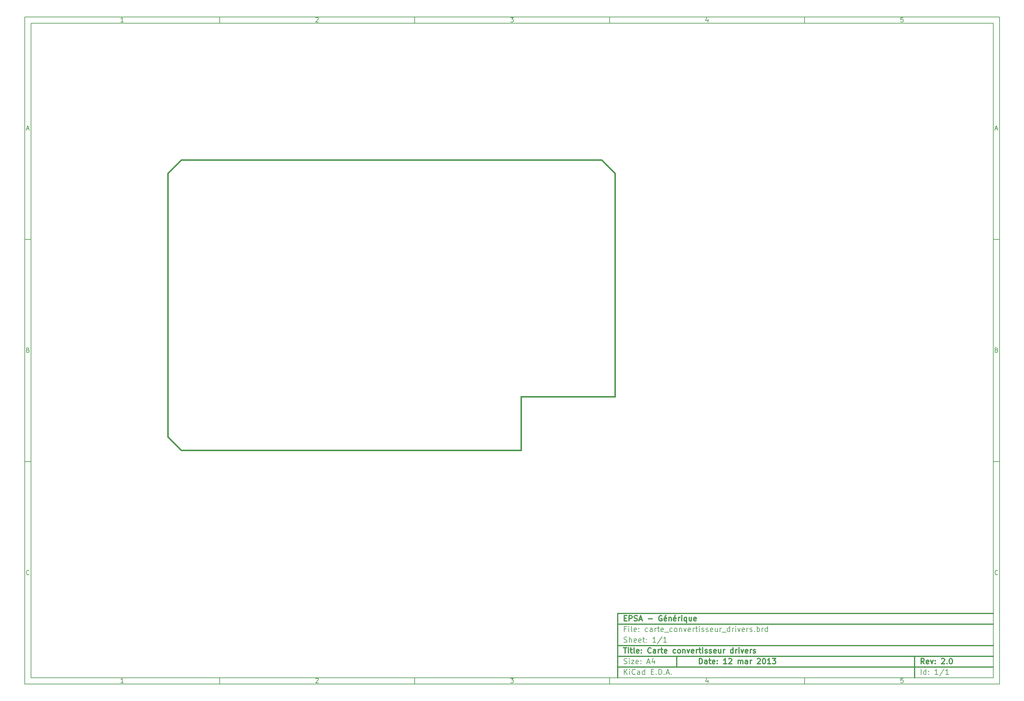
<source format=gbr>
G04 (created by PCBNEW-RS274X (2012-01-19 BZR 3256)-stable) date 12/03/2013 15:27:15*
G01*
G70*
G90*
%MOIN*%
G04 Gerber Fmt 3.4, Leading zero omitted, Abs format*
%FSLAX34Y34*%
G04 APERTURE LIST*
%ADD10C,0.006000*%
%ADD11C,0.012000*%
%ADD12C,0.015000*%
G04 APERTURE END LIST*
G54D10*
X04000Y-04000D02*
X113000Y-04000D01*
X113000Y-78670D01*
X04000Y-78670D01*
X04000Y-04000D01*
X04700Y-04700D02*
X112300Y-04700D01*
X112300Y-77970D01*
X04700Y-77970D01*
X04700Y-04700D01*
X25800Y-04000D02*
X25800Y-04700D01*
X15043Y-04552D02*
X14757Y-04552D01*
X14900Y-04552D02*
X14900Y-04052D01*
X14852Y-04124D01*
X14805Y-04171D01*
X14757Y-04195D01*
X25800Y-78670D02*
X25800Y-77970D01*
X15043Y-78522D02*
X14757Y-78522D01*
X14900Y-78522D02*
X14900Y-78022D01*
X14852Y-78094D01*
X14805Y-78141D01*
X14757Y-78165D01*
X47600Y-04000D02*
X47600Y-04700D01*
X36557Y-04100D02*
X36581Y-04076D01*
X36629Y-04052D01*
X36748Y-04052D01*
X36795Y-04076D01*
X36819Y-04100D01*
X36843Y-04148D01*
X36843Y-04195D01*
X36819Y-04267D01*
X36533Y-04552D01*
X36843Y-04552D01*
X47600Y-78670D02*
X47600Y-77970D01*
X36557Y-78070D02*
X36581Y-78046D01*
X36629Y-78022D01*
X36748Y-78022D01*
X36795Y-78046D01*
X36819Y-78070D01*
X36843Y-78118D01*
X36843Y-78165D01*
X36819Y-78237D01*
X36533Y-78522D01*
X36843Y-78522D01*
X69400Y-04000D02*
X69400Y-04700D01*
X58333Y-04052D02*
X58643Y-04052D01*
X58476Y-04243D01*
X58548Y-04243D01*
X58595Y-04267D01*
X58619Y-04290D01*
X58643Y-04338D01*
X58643Y-04457D01*
X58619Y-04505D01*
X58595Y-04529D01*
X58548Y-04552D01*
X58405Y-04552D01*
X58357Y-04529D01*
X58333Y-04505D01*
X69400Y-78670D02*
X69400Y-77970D01*
X58333Y-78022D02*
X58643Y-78022D01*
X58476Y-78213D01*
X58548Y-78213D01*
X58595Y-78237D01*
X58619Y-78260D01*
X58643Y-78308D01*
X58643Y-78427D01*
X58619Y-78475D01*
X58595Y-78499D01*
X58548Y-78522D01*
X58405Y-78522D01*
X58357Y-78499D01*
X58333Y-78475D01*
X91200Y-04000D02*
X91200Y-04700D01*
X80395Y-04219D02*
X80395Y-04552D01*
X80276Y-04029D02*
X80157Y-04386D01*
X80467Y-04386D01*
X91200Y-78670D02*
X91200Y-77970D01*
X80395Y-78189D02*
X80395Y-78522D01*
X80276Y-77999D02*
X80157Y-78356D01*
X80467Y-78356D01*
X102219Y-04052D02*
X101981Y-04052D01*
X101957Y-04290D01*
X101981Y-04267D01*
X102029Y-04243D01*
X102148Y-04243D01*
X102195Y-04267D01*
X102219Y-04290D01*
X102243Y-04338D01*
X102243Y-04457D01*
X102219Y-04505D01*
X102195Y-04529D01*
X102148Y-04552D01*
X102029Y-04552D01*
X101981Y-04529D01*
X101957Y-04505D01*
X102219Y-78022D02*
X101981Y-78022D01*
X101957Y-78260D01*
X101981Y-78237D01*
X102029Y-78213D01*
X102148Y-78213D01*
X102195Y-78237D01*
X102219Y-78260D01*
X102243Y-78308D01*
X102243Y-78427D01*
X102219Y-78475D01*
X102195Y-78499D01*
X102148Y-78522D01*
X102029Y-78522D01*
X101981Y-78499D01*
X101957Y-78475D01*
X04000Y-28890D02*
X04700Y-28890D01*
X04231Y-16510D02*
X04469Y-16510D01*
X04184Y-16652D02*
X04350Y-16152D01*
X04517Y-16652D01*
X113000Y-28890D02*
X112300Y-28890D01*
X112531Y-16510D02*
X112769Y-16510D01*
X112484Y-16652D02*
X112650Y-16152D01*
X112817Y-16652D01*
X04000Y-53780D02*
X04700Y-53780D01*
X04386Y-41280D02*
X04457Y-41304D01*
X04481Y-41328D01*
X04505Y-41376D01*
X04505Y-41447D01*
X04481Y-41495D01*
X04457Y-41519D01*
X04410Y-41542D01*
X04219Y-41542D01*
X04219Y-41042D01*
X04386Y-41042D01*
X04433Y-41066D01*
X04457Y-41090D01*
X04481Y-41138D01*
X04481Y-41185D01*
X04457Y-41233D01*
X04433Y-41257D01*
X04386Y-41280D01*
X04219Y-41280D01*
X113000Y-53780D02*
X112300Y-53780D01*
X112686Y-41280D02*
X112757Y-41304D01*
X112781Y-41328D01*
X112805Y-41376D01*
X112805Y-41447D01*
X112781Y-41495D01*
X112757Y-41519D01*
X112710Y-41542D01*
X112519Y-41542D01*
X112519Y-41042D01*
X112686Y-41042D01*
X112733Y-41066D01*
X112757Y-41090D01*
X112781Y-41138D01*
X112781Y-41185D01*
X112757Y-41233D01*
X112733Y-41257D01*
X112686Y-41280D01*
X112519Y-41280D01*
X04505Y-66385D02*
X04481Y-66409D01*
X04410Y-66432D01*
X04362Y-66432D01*
X04290Y-66409D01*
X04243Y-66361D01*
X04219Y-66313D01*
X04195Y-66218D01*
X04195Y-66147D01*
X04219Y-66051D01*
X04243Y-66004D01*
X04290Y-65956D01*
X04362Y-65932D01*
X04410Y-65932D01*
X04481Y-65956D01*
X04505Y-65980D01*
X112805Y-66385D02*
X112781Y-66409D01*
X112710Y-66432D01*
X112662Y-66432D01*
X112590Y-66409D01*
X112543Y-66361D01*
X112519Y-66313D01*
X112495Y-66218D01*
X112495Y-66147D01*
X112519Y-66051D01*
X112543Y-66004D01*
X112590Y-65956D01*
X112662Y-65932D01*
X112710Y-65932D01*
X112781Y-65956D01*
X112805Y-65980D01*
G54D11*
X79443Y-76413D02*
X79443Y-75813D01*
X79586Y-75813D01*
X79671Y-75841D01*
X79729Y-75899D01*
X79757Y-75956D01*
X79786Y-76070D01*
X79786Y-76156D01*
X79757Y-76270D01*
X79729Y-76327D01*
X79671Y-76384D01*
X79586Y-76413D01*
X79443Y-76413D01*
X80300Y-76413D02*
X80300Y-76099D01*
X80271Y-76041D01*
X80214Y-76013D01*
X80100Y-76013D01*
X80043Y-76041D01*
X80300Y-76384D02*
X80243Y-76413D01*
X80100Y-76413D01*
X80043Y-76384D01*
X80014Y-76327D01*
X80014Y-76270D01*
X80043Y-76213D01*
X80100Y-76184D01*
X80243Y-76184D01*
X80300Y-76156D01*
X80500Y-76013D02*
X80729Y-76013D01*
X80586Y-75813D02*
X80586Y-76327D01*
X80614Y-76384D01*
X80672Y-76413D01*
X80729Y-76413D01*
X81157Y-76384D02*
X81100Y-76413D01*
X80986Y-76413D01*
X80929Y-76384D01*
X80900Y-76327D01*
X80900Y-76099D01*
X80929Y-76041D01*
X80986Y-76013D01*
X81100Y-76013D01*
X81157Y-76041D01*
X81186Y-76099D01*
X81186Y-76156D01*
X80900Y-76213D01*
X81443Y-76356D02*
X81471Y-76384D01*
X81443Y-76413D01*
X81414Y-76384D01*
X81443Y-76356D01*
X81443Y-76413D01*
X81443Y-76041D02*
X81471Y-76070D01*
X81443Y-76099D01*
X81414Y-76070D01*
X81443Y-76041D01*
X81443Y-76099D01*
X82500Y-76413D02*
X82157Y-76413D01*
X82329Y-76413D02*
X82329Y-75813D01*
X82272Y-75899D01*
X82214Y-75956D01*
X82157Y-75984D01*
X82728Y-75870D02*
X82757Y-75841D01*
X82814Y-75813D01*
X82957Y-75813D01*
X83014Y-75841D01*
X83043Y-75870D01*
X83071Y-75927D01*
X83071Y-75984D01*
X83043Y-76070D01*
X82700Y-76413D01*
X83071Y-76413D01*
X83785Y-76413D02*
X83785Y-76013D01*
X83785Y-76070D02*
X83813Y-76041D01*
X83871Y-76013D01*
X83956Y-76013D01*
X84013Y-76041D01*
X84042Y-76099D01*
X84042Y-76413D01*
X84042Y-76099D02*
X84071Y-76041D01*
X84128Y-76013D01*
X84213Y-76013D01*
X84271Y-76041D01*
X84299Y-76099D01*
X84299Y-76413D01*
X84842Y-76413D02*
X84842Y-76099D01*
X84813Y-76041D01*
X84756Y-76013D01*
X84642Y-76013D01*
X84585Y-76041D01*
X84842Y-76384D02*
X84785Y-76413D01*
X84642Y-76413D01*
X84585Y-76384D01*
X84556Y-76327D01*
X84556Y-76270D01*
X84585Y-76213D01*
X84642Y-76184D01*
X84785Y-76184D01*
X84842Y-76156D01*
X85128Y-76413D02*
X85128Y-76013D01*
X85128Y-76127D02*
X85156Y-76070D01*
X85185Y-76041D01*
X85242Y-76013D01*
X85299Y-76013D01*
X85927Y-75870D02*
X85956Y-75841D01*
X86013Y-75813D01*
X86156Y-75813D01*
X86213Y-75841D01*
X86242Y-75870D01*
X86270Y-75927D01*
X86270Y-75984D01*
X86242Y-76070D01*
X85899Y-76413D01*
X86270Y-76413D01*
X86641Y-75813D02*
X86698Y-75813D01*
X86755Y-75841D01*
X86784Y-75870D01*
X86813Y-75927D01*
X86841Y-76041D01*
X86841Y-76184D01*
X86813Y-76299D01*
X86784Y-76356D01*
X86755Y-76384D01*
X86698Y-76413D01*
X86641Y-76413D01*
X86584Y-76384D01*
X86555Y-76356D01*
X86527Y-76299D01*
X86498Y-76184D01*
X86498Y-76041D01*
X86527Y-75927D01*
X86555Y-75870D01*
X86584Y-75841D01*
X86641Y-75813D01*
X87412Y-76413D02*
X87069Y-76413D01*
X87241Y-76413D02*
X87241Y-75813D01*
X87184Y-75899D01*
X87126Y-75956D01*
X87069Y-75984D01*
X87612Y-75813D02*
X87983Y-75813D01*
X87783Y-76041D01*
X87869Y-76041D01*
X87926Y-76070D01*
X87955Y-76099D01*
X87983Y-76156D01*
X87983Y-76299D01*
X87955Y-76356D01*
X87926Y-76384D01*
X87869Y-76413D01*
X87697Y-76413D01*
X87640Y-76384D01*
X87612Y-76356D01*
G54D10*
X71043Y-77613D02*
X71043Y-77013D01*
X71386Y-77613D02*
X71129Y-77270D01*
X71386Y-77013D02*
X71043Y-77356D01*
X71643Y-77613D02*
X71643Y-77213D01*
X71643Y-77013D02*
X71614Y-77041D01*
X71643Y-77070D01*
X71671Y-77041D01*
X71643Y-77013D01*
X71643Y-77070D01*
X72272Y-77556D02*
X72243Y-77584D01*
X72157Y-77613D01*
X72100Y-77613D01*
X72015Y-77584D01*
X71957Y-77527D01*
X71929Y-77470D01*
X71900Y-77356D01*
X71900Y-77270D01*
X71929Y-77156D01*
X71957Y-77099D01*
X72015Y-77041D01*
X72100Y-77013D01*
X72157Y-77013D01*
X72243Y-77041D01*
X72272Y-77070D01*
X72786Y-77613D02*
X72786Y-77299D01*
X72757Y-77241D01*
X72700Y-77213D01*
X72586Y-77213D01*
X72529Y-77241D01*
X72786Y-77584D02*
X72729Y-77613D01*
X72586Y-77613D01*
X72529Y-77584D01*
X72500Y-77527D01*
X72500Y-77470D01*
X72529Y-77413D01*
X72586Y-77384D01*
X72729Y-77384D01*
X72786Y-77356D01*
X73329Y-77613D02*
X73329Y-77013D01*
X73329Y-77584D02*
X73272Y-77613D01*
X73158Y-77613D01*
X73100Y-77584D01*
X73072Y-77556D01*
X73043Y-77499D01*
X73043Y-77327D01*
X73072Y-77270D01*
X73100Y-77241D01*
X73158Y-77213D01*
X73272Y-77213D01*
X73329Y-77241D01*
X74072Y-77299D02*
X74272Y-77299D01*
X74358Y-77613D02*
X74072Y-77613D01*
X74072Y-77013D01*
X74358Y-77013D01*
X74615Y-77556D02*
X74643Y-77584D01*
X74615Y-77613D01*
X74586Y-77584D01*
X74615Y-77556D01*
X74615Y-77613D01*
X74901Y-77613D02*
X74901Y-77013D01*
X75044Y-77013D01*
X75129Y-77041D01*
X75187Y-77099D01*
X75215Y-77156D01*
X75244Y-77270D01*
X75244Y-77356D01*
X75215Y-77470D01*
X75187Y-77527D01*
X75129Y-77584D01*
X75044Y-77613D01*
X74901Y-77613D01*
X75501Y-77556D02*
X75529Y-77584D01*
X75501Y-77613D01*
X75472Y-77584D01*
X75501Y-77556D01*
X75501Y-77613D01*
X75758Y-77441D02*
X76044Y-77441D01*
X75701Y-77613D02*
X75901Y-77013D01*
X76101Y-77613D01*
X76301Y-77556D02*
X76329Y-77584D01*
X76301Y-77613D01*
X76272Y-77584D01*
X76301Y-77556D01*
X76301Y-77613D01*
G54D11*
X104586Y-76413D02*
X104386Y-76127D01*
X104243Y-76413D02*
X104243Y-75813D01*
X104471Y-75813D01*
X104529Y-75841D01*
X104557Y-75870D01*
X104586Y-75927D01*
X104586Y-76013D01*
X104557Y-76070D01*
X104529Y-76099D01*
X104471Y-76127D01*
X104243Y-76127D01*
X105071Y-76384D02*
X105014Y-76413D01*
X104900Y-76413D01*
X104843Y-76384D01*
X104814Y-76327D01*
X104814Y-76099D01*
X104843Y-76041D01*
X104900Y-76013D01*
X105014Y-76013D01*
X105071Y-76041D01*
X105100Y-76099D01*
X105100Y-76156D01*
X104814Y-76213D01*
X105300Y-76013D02*
X105443Y-76413D01*
X105585Y-76013D01*
X105814Y-76356D02*
X105842Y-76384D01*
X105814Y-76413D01*
X105785Y-76384D01*
X105814Y-76356D01*
X105814Y-76413D01*
X105814Y-76041D02*
X105842Y-76070D01*
X105814Y-76099D01*
X105785Y-76070D01*
X105814Y-76041D01*
X105814Y-76099D01*
X106528Y-75870D02*
X106557Y-75841D01*
X106614Y-75813D01*
X106757Y-75813D01*
X106814Y-75841D01*
X106843Y-75870D01*
X106871Y-75927D01*
X106871Y-75984D01*
X106843Y-76070D01*
X106500Y-76413D01*
X106871Y-76413D01*
X107128Y-76356D02*
X107156Y-76384D01*
X107128Y-76413D01*
X107099Y-76384D01*
X107128Y-76356D01*
X107128Y-76413D01*
X107528Y-75813D02*
X107585Y-75813D01*
X107642Y-75841D01*
X107671Y-75870D01*
X107700Y-75927D01*
X107728Y-76041D01*
X107728Y-76184D01*
X107700Y-76299D01*
X107671Y-76356D01*
X107642Y-76384D01*
X107585Y-76413D01*
X107528Y-76413D01*
X107471Y-76384D01*
X107442Y-76356D01*
X107414Y-76299D01*
X107385Y-76184D01*
X107385Y-76041D01*
X107414Y-75927D01*
X107442Y-75870D01*
X107471Y-75841D01*
X107528Y-75813D01*
G54D10*
X71014Y-76384D02*
X71100Y-76413D01*
X71243Y-76413D01*
X71300Y-76384D01*
X71329Y-76356D01*
X71357Y-76299D01*
X71357Y-76241D01*
X71329Y-76184D01*
X71300Y-76156D01*
X71243Y-76127D01*
X71129Y-76099D01*
X71071Y-76070D01*
X71043Y-76041D01*
X71014Y-75984D01*
X71014Y-75927D01*
X71043Y-75870D01*
X71071Y-75841D01*
X71129Y-75813D01*
X71271Y-75813D01*
X71357Y-75841D01*
X71614Y-76413D02*
X71614Y-76013D01*
X71614Y-75813D02*
X71585Y-75841D01*
X71614Y-75870D01*
X71642Y-75841D01*
X71614Y-75813D01*
X71614Y-75870D01*
X71843Y-76013D02*
X72157Y-76013D01*
X71843Y-76413D01*
X72157Y-76413D01*
X72614Y-76384D02*
X72557Y-76413D01*
X72443Y-76413D01*
X72386Y-76384D01*
X72357Y-76327D01*
X72357Y-76099D01*
X72386Y-76041D01*
X72443Y-76013D01*
X72557Y-76013D01*
X72614Y-76041D01*
X72643Y-76099D01*
X72643Y-76156D01*
X72357Y-76213D01*
X72900Y-76356D02*
X72928Y-76384D01*
X72900Y-76413D01*
X72871Y-76384D01*
X72900Y-76356D01*
X72900Y-76413D01*
X72900Y-76041D02*
X72928Y-76070D01*
X72900Y-76099D01*
X72871Y-76070D01*
X72900Y-76041D01*
X72900Y-76099D01*
X73614Y-76241D02*
X73900Y-76241D01*
X73557Y-76413D02*
X73757Y-75813D01*
X73957Y-76413D01*
X74414Y-76013D02*
X74414Y-76413D01*
X74271Y-75784D02*
X74128Y-76213D01*
X74500Y-76213D01*
X104243Y-77613D02*
X104243Y-77013D01*
X104786Y-77613D02*
X104786Y-77013D01*
X104786Y-77584D02*
X104729Y-77613D01*
X104615Y-77613D01*
X104557Y-77584D01*
X104529Y-77556D01*
X104500Y-77499D01*
X104500Y-77327D01*
X104529Y-77270D01*
X104557Y-77241D01*
X104615Y-77213D01*
X104729Y-77213D01*
X104786Y-77241D01*
X105072Y-77556D02*
X105100Y-77584D01*
X105072Y-77613D01*
X105043Y-77584D01*
X105072Y-77556D01*
X105072Y-77613D01*
X105072Y-77241D02*
X105100Y-77270D01*
X105072Y-77299D01*
X105043Y-77270D01*
X105072Y-77241D01*
X105072Y-77299D01*
X106129Y-77613D02*
X105786Y-77613D01*
X105958Y-77613D02*
X105958Y-77013D01*
X105901Y-77099D01*
X105843Y-77156D01*
X105786Y-77184D01*
X106814Y-76984D02*
X106300Y-77756D01*
X107329Y-77613D02*
X106986Y-77613D01*
X107158Y-77613D02*
X107158Y-77013D01*
X107101Y-77099D01*
X107043Y-77156D01*
X106986Y-77184D01*
G54D11*
X70957Y-74613D02*
X71300Y-74613D01*
X71129Y-75213D02*
X71129Y-74613D01*
X71500Y-75213D02*
X71500Y-74813D01*
X71500Y-74613D02*
X71471Y-74641D01*
X71500Y-74670D01*
X71528Y-74641D01*
X71500Y-74613D01*
X71500Y-74670D01*
X71700Y-74813D02*
X71929Y-74813D01*
X71786Y-74613D02*
X71786Y-75127D01*
X71814Y-75184D01*
X71872Y-75213D01*
X71929Y-75213D01*
X72215Y-75213D02*
X72157Y-75184D01*
X72129Y-75127D01*
X72129Y-74613D01*
X72671Y-75184D02*
X72614Y-75213D01*
X72500Y-75213D01*
X72443Y-75184D01*
X72414Y-75127D01*
X72414Y-74899D01*
X72443Y-74841D01*
X72500Y-74813D01*
X72614Y-74813D01*
X72671Y-74841D01*
X72700Y-74899D01*
X72700Y-74956D01*
X72414Y-75013D01*
X72957Y-75156D02*
X72985Y-75184D01*
X72957Y-75213D01*
X72928Y-75184D01*
X72957Y-75156D01*
X72957Y-75213D01*
X72957Y-74841D02*
X72985Y-74870D01*
X72957Y-74899D01*
X72928Y-74870D01*
X72957Y-74841D01*
X72957Y-74899D01*
X74043Y-75156D02*
X74014Y-75184D01*
X73928Y-75213D01*
X73871Y-75213D01*
X73786Y-75184D01*
X73728Y-75127D01*
X73700Y-75070D01*
X73671Y-74956D01*
X73671Y-74870D01*
X73700Y-74756D01*
X73728Y-74699D01*
X73786Y-74641D01*
X73871Y-74613D01*
X73928Y-74613D01*
X74014Y-74641D01*
X74043Y-74670D01*
X74557Y-75213D02*
X74557Y-74899D01*
X74528Y-74841D01*
X74471Y-74813D01*
X74357Y-74813D01*
X74300Y-74841D01*
X74557Y-75184D02*
X74500Y-75213D01*
X74357Y-75213D01*
X74300Y-75184D01*
X74271Y-75127D01*
X74271Y-75070D01*
X74300Y-75013D01*
X74357Y-74984D01*
X74500Y-74984D01*
X74557Y-74956D01*
X74843Y-75213D02*
X74843Y-74813D01*
X74843Y-74927D02*
X74871Y-74870D01*
X74900Y-74841D01*
X74957Y-74813D01*
X75014Y-74813D01*
X75128Y-74813D02*
X75357Y-74813D01*
X75214Y-74613D02*
X75214Y-75127D01*
X75242Y-75184D01*
X75300Y-75213D01*
X75357Y-75213D01*
X75785Y-75184D02*
X75728Y-75213D01*
X75614Y-75213D01*
X75557Y-75184D01*
X75528Y-75127D01*
X75528Y-74899D01*
X75557Y-74841D01*
X75614Y-74813D01*
X75728Y-74813D01*
X75785Y-74841D01*
X75814Y-74899D01*
X75814Y-74956D01*
X75528Y-75013D01*
X76785Y-75184D02*
X76728Y-75213D01*
X76614Y-75213D01*
X76556Y-75184D01*
X76528Y-75156D01*
X76499Y-75099D01*
X76499Y-74927D01*
X76528Y-74870D01*
X76556Y-74841D01*
X76614Y-74813D01*
X76728Y-74813D01*
X76785Y-74841D01*
X77128Y-75213D02*
X77070Y-75184D01*
X77042Y-75156D01*
X77013Y-75099D01*
X77013Y-74927D01*
X77042Y-74870D01*
X77070Y-74841D01*
X77128Y-74813D01*
X77213Y-74813D01*
X77270Y-74841D01*
X77299Y-74870D01*
X77328Y-74927D01*
X77328Y-75099D01*
X77299Y-75156D01*
X77270Y-75184D01*
X77213Y-75213D01*
X77128Y-75213D01*
X77585Y-74813D02*
X77585Y-75213D01*
X77585Y-74870D02*
X77613Y-74841D01*
X77671Y-74813D01*
X77756Y-74813D01*
X77813Y-74841D01*
X77842Y-74899D01*
X77842Y-75213D01*
X78071Y-74813D02*
X78214Y-75213D01*
X78356Y-74813D01*
X78813Y-75184D02*
X78756Y-75213D01*
X78642Y-75213D01*
X78585Y-75184D01*
X78556Y-75127D01*
X78556Y-74899D01*
X78585Y-74841D01*
X78642Y-74813D01*
X78756Y-74813D01*
X78813Y-74841D01*
X78842Y-74899D01*
X78842Y-74956D01*
X78556Y-75013D01*
X79099Y-75213D02*
X79099Y-74813D01*
X79099Y-74927D02*
X79127Y-74870D01*
X79156Y-74841D01*
X79213Y-74813D01*
X79270Y-74813D01*
X79384Y-74813D02*
X79613Y-74813D01*
X79470Y-74613D02*
X79470Y-75127D01*
X79498Y-75184D01*
X79556Y-75213D01*
X79613Y-75213D01*
X79813Y-75213D02*
X79813Y-74813D01*
X79813Y-74613D02*
X79784Y-74641D01*
X79813Y-74670D01*
X79841Y-74641D01*
X79813Y-74613D01*
X79813Y-74670D01*
X80070Y-75184D02*
X80127Y-75213D01*
X80242Y-75213D01*
X80299Y-75184D01*
X80327Y-75127D01*
X80327Y-75099D01*
X80299Y-75041D01*
X80242Y-75013D01*
X80156Y-75013D01*
X80099Y-74984D01*
X80070Y-74927D01*
X80070Y-74899D01*
X80099Y-74841D01*
X80156Y-74813D01*
X80242Y-74813D01*
X80299Y-74841D01*
X80556Y-75184D02*
X80613Y-75213D01*
X80728Y-75213D01*
X80785Y-75184D01*
X80813Y-75127D01*
X80813Y-75099D01*
X80785Y-75041D01*
X80728Y-75013D01*
X80642Y-75013D01*
X80585Y-74984D01*
X80556Y-74927D01*
X80556Y-74899D01*
X80585Y-74841D01*
X80642Y-74813D01*
X80728Y-74813D01*
X80785Y-74841D01*
X81299Y-75184D02*
X81242Y-75213D01*
X81128Y-75213D01*
X81071Y-75184D01*
X81042Y-75127D01*
X81042Y-74899D01*
X81071Y-74841D01*
X81128Y-74813D01*
X81242Y-74813D01*
X81299Y-74841D01*
X81328Y-74899D01*
X81328Y-74956D01*
X81042Y-75013D01*
X81842Y-74813D02*
X81842Y-75213D01*
X81585Y-74813D02*
X81585Y-75127D01*
X81613Y-75184D01*
X81671Y-75213D01*
X81756Y-75213D01*
X81813Y-75184D01*
X81842Y-75156D01*
X82128Y-75213D02*
X82128Y-74813D01*
X82128Y-74927D02*
X82156Y-74870D01*
X82185Y-74841D01*
X82242Y-74813D01*
X82299Y-74813D01*
X83213Y-75213D02*
X83213Y-74613D01*
X83213Y-75184D02*
X83156Y-75213D01*
X83042Y-75213D01*
X82984Y-75184D01*
X82956Y-75156D01*
X82927Y-75099D01*
X82927Y-74927D01*
X82956Y-74870D01*
X82984Y-74841D01*
X83042Y-74813D01*
X83156Y-74813D01*
X83213Y-74841D01*
X83499Y-75213D02*
X83499Y-74813D01*
X83499Y-74927D02*
X83527Y-74870D01*
X83556Y-74841D01*
X83613Y-74813D01*
X83670Y-74813D01*
X83870Y-75213D02*
X83870Y-74813D01*
X83870Y-74613D02*
X83841Y-74641D01*
X83870Y-74670D01*
X83898Y-74641D01*
X83870Y-74613D01*
X83870Y-74670D01*
X84099Y-74813D02*
X84242Y-75213D01*
X84384Y-74813D01*
X84841Y-75184D02*
X84784Y-75213D01*
X84670Y-75213D01*
X84613Y-75184D01*
X84584Y-75127D01*
X84584Y-74899D01*
X84613Y-74841D01*
X84670Y-74813D01*
X84784Y-74813D01*
X84841Y-74841D01*
X84870Y-74899D01*
X84870Y-74956D01*
X84584Y-75013D01*
X85127Y-75213D02*
X85127Y-74813D01*
X85127Y-74927D02*
X85155Y-74870D01*
X85184Y-74841D01*
X85241Y-74813D01*
X85298Y-74813D01*
X85469Y-75184D02*
X85526Y-75213D01*
X85641Y-75213D01*
X85698Y-75184D01*
X85726Y-75127D01*
X85726Y-75099D01*
X85698Y-75041D01*
X85641Y-75013D01*
X85555Y-75013D01*
X85498Y-74984D01*
X85469Y-74927D01*
X85469Y-74899D01*
X85498Y-74841D01*
X85555Y-74813D01*
X85641Y-74813D01*
X85698Y-74841D01*
G54D10*
X71243Y-72499D02*
X71043Y-72499D01*
X71043Y-72813D02*
X71043Y-72213D01*
X71329Y-72213D01*
X71557Y-72813D02*
X71557Y-72413D01*
X71557Y-72213D02*
X71528Y-72241D01*
X71557Y-72270D01*
X71585Y-72241D01*
X71557Y-72213D01*
X71557Y-72270D01*
X71929Y-72813D02*
X71871Y-72784D01*
X71843Y-72727D01*
X71843Y-72213D01*
X72385Y-72784D02*
X72328Y-72813D01*
X72214Y-72813D01*
X72157Y-72784D01*
X72128Y-72727D01*
X72128Y-72499D01*
X72157Y-72441D01*
X72214Y-72413D01*
X72328Y-72413D01*
X72385Y-72441D01*
X72414Y-72499D01*
X72414Y-72556D01*
X72128Y-72613D01*
X72671Y-72756D02*
X72699Y-72784D01*
X72671Y-72813D01*
X72642Y-72784D01*
X72671Y-72756D01*
X72671Y-72813D01*
X72671Y-72441D02*
X72699Y-72470D01*
X72671Y-72499D01*
X72642Y-72470D01*
X72671Y-72441D01*
X72671Y-72499D01*
X73671Y-72784D02*
X73614Y-72813D01*
X73500Y-72813D01*
X73442Y-72784D01*
X73414Y-72756D01*
X73385Y-72699D01*
X73385Y-72527D01*
X73414Y-72470D01*
X73442Y-72441D01*
X73500Y-72413D01*
X73614Y-72413D01*
X73671Y-72441D01*
X74185Y-72813D02*
X74185Y-72499D01*
X74156Y-72441D01*
X74099Y-72413D01*
X73985Y-72413D01*
X73928Y-72441D01*
X74185Y-72784D02*
X74128Y-72813D01*
X73985Y-72813D01*
X73928Y-72784D01*
X73899Y-72727D01*
X73899Y-72670D01*
X73928Y-72613D01*
X73985Y-72584D01*
X74128Y-72584D01*
X74185Y-72556D01*
X74471Y-72813D02*
X74471Y-72413D01*
X74471Y-72527D02*
X74499Y-72470D01*
X74528Y-72441D01*
X74585Y-72413D01*
X74642Y-72413D01*
X74756Y-72413D02*
X74985Y-72413D01*
X74842Y-72213D02*
X74842Y-72727D01*
X74870Y-72784D01*
X74928Y-72813D01*
X74985Y-72813D01*
X75413Y-72784D02*
X75356Y-72813D01*
X75242Y-72813D01*
X75185Y-72784D01*
X75156Y-72727D01*
X75156Y-72499D01*
X75185Y-72441D01*
X75242Y-72413D01*
X75356Y-72413D01*
X75413Y-72441D01*
X75442Y-72499D01*
X75442Y-72556D01*
X75156Y-72613D01*
X75556Y-72870D02*
X76013Y-72870D01*
X76413Y-72784D02*
X76356Y-72813D01*
X76242Y-72813D01*
X76184Y-72784D01*
X76156Y-72756D01*
X76127Y-72699D01*
X76127Y-72527D01*
X76156Y-72470D01*
X76184Y-72441D01*
X76242Y-72413D01*
X76356Y-72413D01*
X76413Y-72441D01*
X76756Y-72813D02*
X76698Y-72784D01*
X76670Y-72756D01*
X76641Y-72699D01*
X76641Y-72527D01*
X76670Y-72470D01*
X76698Y-72441D01*
X76756Y-72413D01*
X76841Y-72413D01*
X76898Y-72441D01*
X76927Y-72470D01*
X76956Y-72527D01*
X76956Y-72699D01*
X76927Y-72756D01*
X76898Y-72784D01*
X76841Y-72813D01*
X76756Y-72813D01*
X77213Y-72413D02*
X77213Y-72813D01*
X77213Y-72470D02*
X77241Y-72441D01*
X77299Y-72413D01*
X77384Y-72413D01*
X77441Y-72441D01*
X77470Y-72499D01*
X77470Y-72813D01*
X77699Y-72413D02*
X77842Y-72813D01*
X77984Y-72413D01*
X78441Y-72784D02*
X78384Y-72813D01*
X78270Y-72813D01*
X78213Y-72784D01*
X78184Y-72727D01*
X78184Y-72499D01*
X78213Y-72441D01*
X78270Y-72413D01*
X78384Y-72413D01*
X78441Y-72441D01*
X78470Y-72499D01*
X78470Y-72556D01*
X78184Y-72613D01*
X78727Y-72813D02*
X78727Y-72413D01*
X78727Y-72527D02*
X78755Y-72470D01*
X78784Y-72441D01*
X78841Y-72413D01*
X78898Y-72413D01*
X79012Y-72413D02*
X79241Y-72413D01*
X79098Y-72213D02*
X79098Y-72727D01*
X79126Y-72784D01*
X79184Y-72813D01*
X79241Y-72813D01*
X79441Y-72813D02*
X79441Y-72413D01*
X79441Y-72213D02*
X79412Y-72241D01*
X79441Y-72270D01*
X79469Y-72241D01*
X79441Y-72213D01*
X79441Y-72270D01*
X79698Y-72784D02*
X79755Y-72813D01*
X79870Y-72813D01*
X79927Y-72784D01*
X79955Y-72727D01*
X79955Y-72699D01*
X79927Y-72641D01*
X79870Y-72613D01*
X79784Y-72613D01*
X79727Y-72584D01*
X79698Y-72527D01*
X79698Y-72499D01*
X79727Y-72441D01*
X79784Y-72413D01*
X79870Y-72413D01*
X79927Y-72441D01*
X80184Y-72784D02*
X80241Y-72813D01*
X80356Y-72813D01*
X80413Y-72784D01*
X80441Y-72727D01*
X80441Y-72699D01*
X80413Y-72641D01*
X80356Y-72613D01*
X80270Y-72613D01*
X80213Y-72584D01*
X80184Y-72527D01*
X80184Y-72499D01*
X80213Y-72441D01*
X80270Y-72413D01*
X80356Y-72413D01*
X80413Y-72441D01*
X80927Y-72784D02*
X80870Y-72813D01*
X80756Y-72813D01*
X80699Y-72784D01*
X80670Y-72727D01*
X80670Y-72499D01*
X80699Y-72441D01*
X80756Y-72413D01*
X80870Y-72413D01*
X80927Y-72441D01*
X80956Y-72499D01*
X80956Y-72556D01*
X80670Y-72613D01*
X81470Y-72413D02*
X81470Y-72813D01*
X81213Y-72413D02*
X81213Y-72727D01*
X81241Y-72784D01*
X81299Y-72813D01*
X81384Y-72813D01*
X81441Y-72784D01*
X81470Y-72756D01*
X81756Y-72813D02*
X81756Y-72413D01*
X81756Y-72527D02*
X81784Y-72470D01*
X81813Y-72441D01*
X81870Y-72413D01*
X81927Y-72413D01*
X81984Y-72870D02*
X82441Y-72870D01*
X82841Y-72813D02*
X82841Y-72213D01*
X82841Y-72784D02*
X82784Y-72813D01*
X82670Y-72813D01*
X82612Y-72784D01*
X82584Y-72756D01*
X82555Y-72699D01*
X82555Y-72527D01*
X82584Y-72470D01*
X82612Y-72441D01*
X82670Y-72413D01*
X82784Y-72413D01*
X82841Y-72441D01*
X83127Y-72813D02*
X83127Y-72413D01*
X83127Y-72527D02*
X83155Y-72470D01*
X83184Y-72441D01*
X83241Y-72413D01*
X83298Y-72413D01*
X83498Y-72813D02*
X83498Y-72413D01*
X83498Y-72213D02*
X83469Y-72241D01*
X83498Y-72270D01*
X83526Y-72241D01*
X83498Y-72213D01*
X83498Y-72270D01*
X83727Y-72413D02*
X83870Y-72813D01*
X84012Y-72413D01*
X84469Y-72784D02*
X84412Y-72813D01*
X84298Y-72813D01*
X84241Y-72784D01*
X84212Y-72727D01*
X84212Y-72499D01*
X84241Y-72441D01*
X84298Y-72413D01*
X84412Y-72413D01*
X84469Y-72441D01*
X84498Y-72499D01*
X84498Y-72556D01*
X84212Y-72613D01*
X84755Y-72813D02*
X84755Y-72413D01*
X84755Y-72527D02*
X84783Y-72470D01*
X84812Y-72441D01*
X84869Y-72413D01*
X84926Y-72413D01*
X85097Y-72784D02*
X85154Y-72813D01*
X85269Y-72813D01*
X85326Y-72784D01*
X85354Y-72727D01*
X85354Y-72699D01*
X85326Y-72641D01*
X85269Y-72613D01*
X85183Y-72613D01*
X85126Y-72584D01*
X85097Y-72527D01*
X85097Y-72499D01*
X85126Y-72441D01*
X85183Y-72413D01*
X85269Y-72413D01*
X85326Y-72441D01*
X85612Y-72756D02*
X85640Y-72784D01*
X85612Y-72813D01*
X85583Y-72784D01*
X85612Y-72756D01*
X85612Y-72813D01*
X85898Y-72813D02*
X85898Y-72213D01*
X85898Y-72441D02*
X85955Y-72413D01*
X86069Y-72413D01*
X86126Y-72441D01*
X86155Y-72470D01*
X86184Y-72527D01*
X86184Y-72699D01*
X86155Y-72756D01*
X86126Y-72784D01*
X86069Y-72813D01*
X85955Y-72813D01*
X85898Y-72784D01*
X86441Y-72813D02*
X86441Y-72413D01*
X86441Y-72527D02*
X86469Y-72470D01*
X86498Y-72441D01*
X86555Y-72413D01*
X86612Y-72413D01*
X87069Y-72813D02*
X87069Y-72213D01*
X87069Y-72784D02*
X87012Y-72813D01*
X86898Y-72813D01*
X86840Y-72784D01*
X86812Y-72756D01*
X86783Y-72699D01*
X86783Y-72527D01*
X86812Y-72470D01*
X86840Y-72441D01*
X86898Y-72413D01*
X87012Y-72413D01*
X87069Y-72441D01*
X71014Y-73984D02*
X71100Y-74013D01*
X71243Y-74013D01*
X71300Y-73984D01*
X71329Y-73956D01*
X71357Y-73899D01*
X71357Y-73841D01*
X71329Y-73784D01*
X71300Y-73756D01*
X71243Y-73727D01*
X71129Y-73699D01*
X71071Y-73670D01*
X71043Y-73641D01*
X71014Y-73584D01*
X71014Y-73527D01*
X71043Y-73470D01*
X71071Y-73441D01*
X71129Y-73413D01*
X71271Y-73413D01*
X71357Y-73441D01*
X71614Y-74013D02*
X71614Y-73413D01*
X71871Y-74013D02*
X71871Y-73699D01*
X71842Y-73641D01*
X71785Y-73613D01*
X71700Y-73613D01*
X71642Y-73641D01*
X71614Y-73670D01*
X72385Y-73984D02*
X72328Y-74013D01*
X72214Y-74013D01*
X72157Y-73984D01*
X72128Y-73927D01*
X72128Y-73699D01*
X72157Y-73641D01*
X72214Y-73613D01*
X72328Y-73613D01*
X72385Y-73641D01*
X72414Y-73699D01*
X72414Y-73756D01*
X72128Y-73813D01*
X72899Y-73984D02*
X72842Y-74013D01*
X72728Y-74013D01*
X72671Y-73984D01*
X72642Y-73927D01*
X72642Y-73699D01*
X72671Y-73641D01*
X72728Y-73613D01*
X72842Y-73613D01*
X72899Y-73641D01*
X72928Y-73699D01*
X72928Y-73756D01*
X72642Y-73813D01*
X73099Y-73613D02*
X73328Y-73613D01*
X73185Y-73413D02*
X73185Y-73927D01*
X73213Y-73984D01*
X73271Y-74013D01*
X73328Y-74013D01*
X73528Y-73956D02*
X73556Y-73984D01*
X73528Y-74013D01*
X73499Y-73984D01*
X73528Y-73956D01*
X73528Y-74013D01*
X73528Y-73641D02*
X73556Y-73670D01*
X73528Y-73699D01*
X73499Y-73670D01*
X73528Y-73641D01*
X73528Y-73699D01*
X74585Y-74013D02*
X74242Y-74013D01*
X74414Y-74013D02*
X74414Y-73413D01*
X74357Y-73499D01*
X74299Y-73556D01*
X74242Y-73584D01*
X75270Y-73384D02*
X74756Y-74156D01*
X75785Y-74013D02*
X75442Y-74013D01*
X75614Y-74013D02*
X75614Y-73413D01*
X75557Y-73499D01*
X75499Y-73556D01*
X75442Y-73584D01*
G54D11*
X71043Y-71299D02*
X71243Y-71299D01*
X71329Y-71613D02*
X71043Y-71613D01*
X71043Y-71013D01*
X71329Y-71013D01*
X71586Y-71613D02*
X71586Y-71013D01*
X71814Y-71013D01*
X71872Y-71041D01*
X71900Y-71070D01*
X71929Y-71127D01*
X71929Y-71213D01*
X71900Y-71270D01*
X71872Y-71299D01*
X71814Y-71327D01*
X71586Y-71327D01*
X72157Y-71584D02*
X72243Y-71613D01*
X72386Y-71613D01*
X72443Y-71584D01*
X72472Y-71556D01*
X72500Y-71499D01*
X72500Y-71441D01*
X72472Y-71384D01*
X72443Y-71356D01*
X72386Y-71327D01*
X72272Y-71299D01*
X72214Y-71270D01*
X72186Y-71241D01*
X72157Y-71184D01*
X72157Y-71127D01*
X72186Y-71070D01*
X72214Y-71041D01*
X72272Y-71013D01*
X72414Y-71013D01*
X72500Y-71041D01*
X72728Y-71441D02*
X73014Y-71441D01*
X72671Y-71613D02*
X72871Y-71013D01*
X73071Y-71613D01*
X73728Y-71384D02*
X74185Y-71384D01*
X75242Y-71041D02*
X75185Y-71013D01*
X75099Y-71013D01*
X75014Y-71041D01*
X74956Y-71099D01*
X74928Y-71156D01*
X74899Y-71270D01*
X74899Y-71356D01*
X74928Y-71470D01*
X74956Y-71527D01*
X75014Y-71584D01*
X75099Y-71613D01*
X75156Y-71613D01*
X75242Y-71584D01*
X75271Y-71556D01*
X75271Y-71356D01*
X75156Y-71356D01*
X75756Y-71584D02*
X75699Y-71613D01*
X75585Y-71613D01*
X75528Y-71584D01*
X75499Y-71527D01*
X75499Y-71299D01*
X75528Y-71241D01*
X75585Y-71213D01*
X75699Y-71213D01*
X75756Y-71241D01*
X75785Y-71299D01*
X75785Y-71356D01*
X75499Y-71413D01*
X75699Y-70984D02*
X75614Y-71070D01*
X76042Y-71213D02*
X76042Y-71613D01*
X76042Y-71270D02*
X76070Y-71241D01*
X76128Y-71213D01*
X76213Y-71213D01*
X76270Y-71241D01*
X76299Y-71299D01*
X76299Y-71613D01*
X76813Y-71584D02*
X76756Y-71613D01*
X76642Y-71613D01*
X76585Y-71584D01*
X76556Y-71527D01*
X76556Y-71299D01*
X76585Y-71241D01*
X76642Y-71213D01*
X76756Y-71213D01*
X76813Y-71241D01*
X76842Y-71299D01*
X76842Y-71356D01*
X76556Y-71413D01*
X76756Y-70984D02*
X76671Y-71070D01*
X77099Y-71613D02*
X77099Y-71213D01*
X77099Y-71327D02*
X77127Y-71270D01*
X77156Y-71241D01*
X77213Y-71213D01*
X77270Y-71213D01*
X77470Y-71613D02*
X77470Y-71213D01*
X77470Y-71013D02*
X77441Y-71041D01*
X77470Y-71070D01*
X77498Y-71041D01*
X77470Y-71013D01*
X77470Y-71070D01*
X78013Y-71213D02*
X78013Y-71813D01*
X78013Y-71584D02*
X77956Y-71613D01*
X77842Y-71613D01*
X77784Y-71584D01*
X77756Y-71556D01*
X77727Y-71499D01*
X77727Y-71327D01*
X77756Y-71270D01*
X77784Y-71241D01*
X77842Y-71213D01*
X77956Y-71213D01*
X78013Y-71241D01*
X78556Y-71213D02*
X78556Y-71613D01*
X78299Y-71213D02*
X78299Y-71527D01*
X78327Y-71584D01*
X78385Y-71613D01*
X78470Y-71613D01*
X78527Y-71584D01*
X78556Y-71556D01*
X79070Y-71584D02*
X79013Y-71613D01*
X78899Y-71613D01*
X78842Y-71584D01*
X78813Y-71527D01*
X78813Y-71299D01*
X78842Y-71241D01*
X78899Y-71213D01*
X79013Y-71213D01*
X79070Y-71241D01*
X79099Y-71299D01*
X79099Y-71356D01*
X78813Y-71413D01*
X70300Y-70770D02*
X70300Y-77970D01*
X70300Y-71970D02*
X112300Y-71970D01*
X70300Y-70770D02*
X112300Y-70770D01*
X70300Y-74370D02*
X112300Y-74370D01*
X103500Y-75570D02*
X103500Y-77970D01*
X70300Y-76770D02*
X112300Y-76770D01*
X70300Y-75570D02*
X112300Y-75570D01*
X76900Y-75570D02*
X76900Y-76770D01*
G54D12*
X70000Y-46500D02*
X70000Y-21500D01*
X59500Y-52500D02*
X39000Y-52500D01*
X59500Y-46500D02*
X59500Y-52500D01*
X59500Y-46500D02*
X70000Y-46500D01*
X21500Y-52500D02*
X39000Y-52500D01*
X20000Y-51000D02*
X21500Y-52500D01*
X20000Y-21500D02*
X20000Y-51000D01*
X21500Y-20000D02*
X20000Y-21500D01*
X39000Y-20000D02*
X21500Y-20000D01*
X68500Y-20000D02*
X70000Y-21500D01*
X39000Y-20000D02*
X68500Y-20000D01*
M02*

</source>
